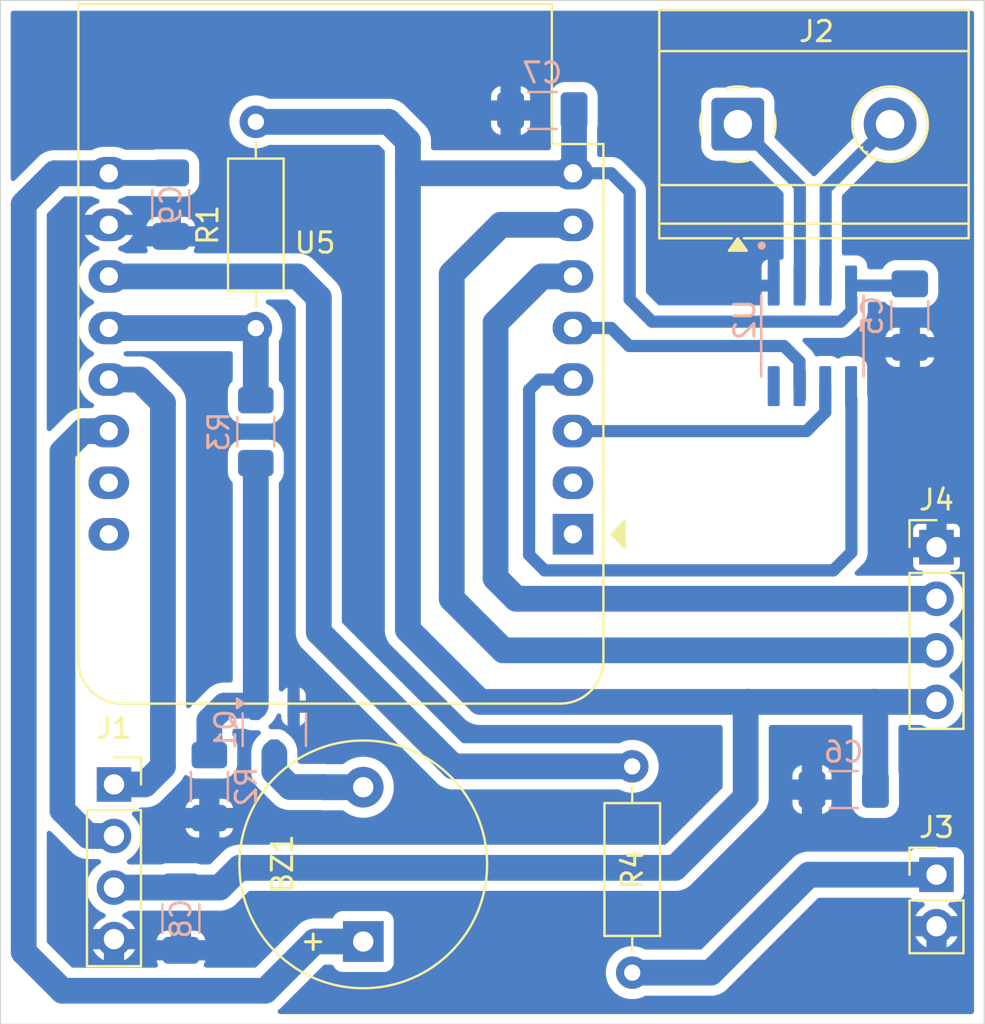
<source format=kicad_pcb>
(kicad_pcb (version 20241229) (generator "pcbnew") (generator_version "9.0")
  (layers (0 "F.Cu" signal) (2 "B.Cu" signal) (13 "F.Paste" user) (15 "B.Paste" user) (5 "F.SilkS" user "F.Silkscreen") (7 "B.SilkS" user "B.Silkscreen") (1 "F.Mask" user) (3 "B.Mask" user) (25 "Edge.Cuts" user))
  (net 0 "")
  (net 1 "Net-(Q1-C)")
  (net 2 "GND")
  (net 3 "+3.3V")
  (net 4 "/GPIO0")
  (net 5 "/~{RST}")
  (net 6 "Net-(J2-Pin_1)")
  (net 7 "Net-(J2-Pin_2)")
  (net 8 "Net-(R4-+)")
  (net 9 "/GPIO13")
  (net 10 "/GPIO15")
  (net 11 "/GPIO5")
  (net 12 "/GPIO4")
  (net 13 "Net-(Q1-B)")
  (net 14 "/GPIO2")
  (net 15 "/GPIO14")
  (net 16 "/GPIO12")
  (net 17 "/GPIO16")
  (net 19 "+5V")
  (net 21 "/GPIO3")
  (net 22 "/GPIO1")
  (footprint "Connector_PinHeader_2.54mm:PinHeader_1x04_P2.54mm_Vertical" (layer "F.Cu") (at 170.815 102.108)
    (property "Reference" "J4" (at 0 -2.33 0) (layer "F.SilkS"))
    (property "Value" "UART")
    (fp_line (start -1.33 -1.33) (end 0 -1.33) (stroke (width 0.12)) (layer "F.SilkS"))
    (fp_line (start -1.33 0) (end -1.33 -1.33) (stroke (width 0.12)) (layer "F.SilkS"))
    (fp_line (start -1.33 1.27) (end -1.33 8.95) (stroke (width 0.12)) (layer "F.SilkS"))
    (fp_line (start -1.33 1.27) (end 1.33 1.27) (stroke (width 0.12)) (layer "F.SilkS"))
    (fp_line (start -1.33 8.95) (end 1.33 8.95) (stroke (width 0.12)) (layer "F.SilkS"))
    (fp_line (start 1.33 1.27) (end 1.33 8.95) (stroke (width 0.12)) (layer "F.SilkS"))
    (pad "1" thru_hole rect (at 0 0) (size 1.7 1.7) (drill 1) (layers "*.Cu" "*.Mask") (net 2 "GND"))
    (pad "2" thru_hole oval (at 0 2.54) (size 1.7 1.7) (drill 1) (layers "*.Cu" "*.Mask") (net 9 "/GPIO13"))
    (pad "3" thru_hole oval (at 0 5.08) (size 1.7 1.7) (drill 1) (layers "*.Cu" "*.Mask") (net 10 "/GPIO15"))
    (pad "4" thru_hole oval (at 0 7.62) (size 1.7 1.7) (drill 1) (layers "*.Cu" "*.Mask") (net 3 "+3.3V"))
  )
  (footprint "Resistor_THT:R_Axial_DIN0207_L6.3mm_D2.5mm_P10.16mm_Horizontal" (layer "F.Cu") (at 137.29 91.32 90)
    (property "Reference" "R1" (at 5.08 -2.37 90) (layer "F.SilkS"))
    (property "Value" "10k")
    (fp_line (start 8.35 -1.37) (end 1.81 -1.37) (stroke (width 0.12)) (layer "F.SilkS"))
    (fp_line (start 1.81 -1.37) (end 1.81 1.37) (stroke (width 0.12)) (layer "F.SilkS"))
    (fp_line (start 9.12 0) (end 8.35 0) (stroke (width 0.12)) (layer "F.SilkS"))
    (fp_line (start 1.04 0) (end 1.81 0) (stroke (width 0.12)) (layer "F.SilkS"))
    (fp_line (start 8.35 1.37) (end 8.35 -1.37) (stroke (width 0.12)) (layer "F.SilkS"))
    (fp_line (start 1.81 1.37) (end 8.35 1.37) (stroke (width 0.12)) (layer "F.SilkS"))
    (pad "1" thru_hole circle (at 0 0 90) (size 1.6 1.6) (drill 0.8) (layers "*.Cu" "*.Mask") (net 4 "/GPIO0"))
    (pad "2" thru_hole oval (at 10.16 0 90) (size 1.6 1.6) (drill 0.8) (layers "*.Cu" "*.Mask") (net 3 "+3.3V"))
  )
  (footprint "RF_Module:WEMOS_D1_mini_light" (layer "F.Cu") (at 152.908 101.473 180)
    (property "Reference" "U5" (at 12.7 14.351 0) (layer "F.SilkS"))
    (property "Value" "WEMOS_D1_mini")
    (fp_line (start 24.36 26.12) (end 24.36 -6.21) (stroke (width 0.12)) (layer "F.SilkS"))
    (fp_line (start 22.24 -8.34) (end 0.63 -8.34) (stroke (width 0.12)) (layer "F.SilkS"))
    (fp_line (start 1.04 26.12) (end 24.36 26.12) (stroke (width 0.12)) (layer "F.SilkS"))
    (fp_line (start 1.04 19.22) (end 1.04 26.12) (stroke (width 0.12)) (layer "F.SilkS"))
    (fp_line (start -1.5 19.22) (end 1.04 19.22) (stroke (width 0.12)) (layer "F.SilkS"))
    (fp_line (start -1.5 19.22) (end -1.5 -6.21) (stroke (width 0.12)) (layer "F.SilkS"))
    (fp_arc (start 22.23 -8.34) (mid 23.736137 -7.716137) (end 24.36 -6.21) (stroke (width 0.12)) (layer "F.SilkS"))
    (fp_arc (start -1.5 -6.21) (mid -0.876137 -7.716137) (end 0.63 -8.34) (stroke (width 0.12)) (layer "F.SilkS"))
    (fp_poly (pts (xy -2.54 -0.635) (xy -2.54 0.635) (xy -1.905 0)) (stroke (width 0.15)) (fill yes) (layer "F.SilkS"))
    (pad "1" thru_hole rect (at 0 0 180) (size 2 2) (drill 0.9) (layers "*.Cu" "*.Mask") (net 5 "/~{RST}"))
    (pad "2" thru_hole oval (at 0 2.54 180) (size 2 1.6) (drill 0.9) (layers "*.Cu" "*.Mask"))
    (pad "3" thru_hole oval (at 0 5.08 180) (size 2 1.6) (drill 0.9) (layers "*.Cu" "*.Mask") (net 17 "/GPIO16"))
    (pad "4" thru_hole oval (at 0 7.62 180) (size 2 1.6) (drill 0.9) (layers "*.Cu" "*.Mask") (net 15 "/GPIO14"))
    (pad "5" thru_hole oval (at 0 10.16 180) (size 2 1.6) (drill 0.9) (layers "*.Cu" "*.Mask") (net 16 "/GPIO12"))
    (pad "6" thru_hole oval (at 0 12.7 180) (size 2 1.6) (drill 0.9) (layers "*.Cu" "*.Mask") (net 9 "/GPIO13"))
    (pad "7" thru_hole oval (at 0 15.24 180) (size 2 1.6) (drill 0.9) (layers "*.Cu" "*.Mask") (net 10 "/GPIO15"))
    (pad "8" thru_hole oval (at 0 17.78 180) (size 2 1.6) (drill 0.9) (layers "*.Cu" "*.Mask") (net 3 "+3.3V"))
    (pad "9" thru_hole oval (at 22.86 17.78 180) (size 2 1.6) (drill 0.9) (layers "*.Cu" "*.Mask") (net 19 "+5V"))
    (pad "10" thru_hole oval (at 22.86 15.24 180) (size 2 1.6) (drill 0.9) (layers "*.Cu" "*.Mask") (net 2 "GND"))
    (pad "11" thru_hole oval (at 22.86 12.7 180) (size 2 1.6) (drill 0.9) (layers "*.Cu" "*.Mask") (net 14 "/GPIO2"))
    (pad "12" thru_hole oval (at 22.86 10.16 180) (size 2 1.6) (drill 0.9) (layers "*.Cu" "*.Mask") (net 4 "/GPIO0"))
    (pad "13" thru_hole oval (at 22.86 7.62 180) (size 2 1.6) (drill 0.9) (layers "*.Cu" "*.Mask") (net 12 "/GPIO4"))
    (pad "14" thru_hole oval (at 22.86 5.08 180) (size 2 1.6) (drill 0.9) (layers "*.Cu" "*.Mask") (net 11 "/GPIO5"))
    (pad "15" thru_hole oval (at 22.86 2.54 180) (size 2 1.6) (drill 0.9) (layers "*.Cu" "*.Mask") (net 21 "/GPIO3"))
    (pad "16" thru_hole oval (at 22.86 0 180) (size 2 1.6) (drill 0.9) (layers "*.Cu" "*.Mask") (net 22 "/GPIO1"))
  )
  (footprint "Buzzer_Beeper:Buzzer_12x9.5RM7.6" (layer "F.Cu") (at 142.58 121.53 90)
    (property "Reference" "BZ1" (at 3.829 -3.983 90) (layer "F.SilkS"))
    (property "Value" "Buzzer_5V")
    (fp_circle (center 3.8 0) (end 9.9 0) (stroke (width 0.12)) (fill no) (layer "F.SilkS"))
    (fp_text user "+" (at -0.01 -2.54 90) (layer "F.SilkS"))
    (pad "1" thru_hole rect (at 0 0 90) (size 2 2) (drill 1) (layers "*.Cu" "*.Mask") (net 19 "+5V"))
    (pad "2" thru_hole circle (at 7.6 0 90) (size 2 2) (drill 1) (layers "*.Cu" "*.Mask") (net 1 "Net-(Q1-C)"))
  )
  (footprint "Connector_PinSocket_2.54mm:PinSocket_1x04_P2.54mm_Vertical" (layer "F.Cu") (at 130.302 113.792)
    (property "Reference" "J1" (at 0 -2.77 0) (layer "F.SilkS"))
    (property "Value" "OLED")
    (fp_line (start -1.33 1.27) (end -1.33 8.95) (stroke (width 0.12)) (layer "F.SilkS"))
    (fp_line (start -1.33 1.27) (end 1.33 1.27) (stroke (width 0.12)) (layer "F.SilkS"))
    (fp_line (start -1.33 8.95) (end 1.33 8.95) (stroke (width 0.12)) (layer "F.SilkS"))
    (fp_line (start 0 -1.33) (end 1.33 -1.33) (stroke (width 0.12)) (layer "F.SilkS"))
    (fp_line (start 1.33 -1.33) (end 1.33 0) (stroke (width 0.12)) (layer "F.SilkS"))
    (fp_line (start 1.33 1.27) (end 1.33 8.95) (stroke (width 0.12)) (layer "F.SilkS"))
    (pad "1" thru_hole rect (at 0 0) (size 1.7 1.7) (drill 1) (layers "*.Cu" "*.Mask") (net 12 "/GPIO4"))
    (pad "2" thru_hole oval (at 0 2.54) (size 1.7 1.7) (drill 1) (layers "*.Cu" "*.Mask") (net 11 "/GPIO5"))
    (pad "3" thru_hole oval (at 0 5.08) (size 1.7 1.7) (drill 1) (layers "*.Cu" "*.Mask") (net 3 "+3.3V"))
    (pad "4" thru_hole oval (at 0 7.62) (size 1.7 1.7) (drill 1) (layers "*.Cu" "*.Mask") (net 2 "GND"))
  )
  (footprint "Connector_PinHeader_2.54mm:PinHeader_1x02_P2.54mm_Vertical" (layer "F.Cu") (at 170.815 118.237)
    (property "Reference" "J3" (at 0 -2.33 0) (layer "F.SilkS"))
    (property "Value" "Interupt")
    (fp_line (start -1.33 -1.33) (end 0 -1.33) (stroke (width 0.12)) (layer "F.SilkS"))
    (fp_line (start -1.33 0) (end -1.33 -1.33) (stroke (width 0.12)) (layer "F.SilkS"))
    (fp_line (start -1.33 1.27) (end -1.33 3.87) (stroke (width 0.12)) (layer "F.SilkS"))
    (fp_line (start -1.33 1.27) (end 1.33 1.27) (stroke (width 0.12)) (layer "F.SilkS"))
    (fp_line (start -1.33 3.87) (end 1.33 3.87) (stroke (width 0.12)) (layer "F.SilkS"))
    (fp_line (start 1.33 1.27) (end 1.33 3.87) (stroke (width 0.12)) (layer "F.SilkS"))
    (pad "1" thru_hole rect (at 0 0) (size 1.7 1.7) (drill 1) (layers "*.Cu" "*.Mask") (net 8 "Net-(R4-+)"))
    (pad "2" thru_hole oval (at 0 2.54) (size 1.7 1.7) (drill 1) (layers "*.Cu" "*.Mask") (net 2 "GND"))
  )
  (footprint "TerminalBlock_MetzConnect:TerminalBlock_MetzConnect_Type175_RT02702HBLC_1x02_P7.50mm_Horizontal" (layer "F.Cu") (at 161.029 81.2745)
    (property "Reference" "J2" (at 3.877 -4.5665 0) (layer "F.SilkS"))
    (property "Value" "Thermocouple")
    (fp_line (start -3.87 -5.62) (end -3.87 5.62) (stroke (width 0.12)) (layer "F.SilkS"))
    (fp_line (start -3.87 -5.62) (end 11.37 -5.62) (stroke (width 0.12)) (layer "F.SilkS"))
    (fp_line (start -3.87 -3.6) (end 11.37 -3.6) (stroke (width 0.12)) (layer "F.SilkS"))
    (fp_line (start -3.87 3) (end 11.37 3) (stroke (width 0.12)) (layer "F.SilkS"))
    (fp_line (start -3.87 4.9) (end 11.37 4.9) (stroke (width 0.12)) (layer "F.SilkS"))
    (fp_line (start -3.87 5.62) (end -0.3 5.62) (stroke (width 0.12)) (layer "F.SilkS"))
    (fp_line (start 0.3 5.62) (end 11.37 5.62) (stroke (width 0.12)) (layer "F.SilkS"))
    (fp_line (start 6.133 1.14) (end 6.089 1.183) (stroke (width 0.12)) (layer "F.SilkS"))
    (fp_line (start 6.36 1.367) (end 6.316 1.41) (stroke (width 0.12)) (layer "F.SilkS"))
    (fp_line (start 8.684 -1.411) (end 8.64 -1.367) (stroke (width 0.12)) (layer "F.SilkS"))
    (fp_line (start 8.911 -1.184) (end 8.867 -1.14) (stroke (width 0.12)) (layer "F.SilkS"))
    (fp_line (start 11.37 -5.62) (end 11.37 5.62) (stroke (width 0.12)) (layer "F.SilkS"))
    (fp_arc (start -1.78 0.54) (mid -1.860107 0.000355) (end -1.780206 -0.539321) (stroke (width 0.12)) (layer "F.SilkS"))
    (fp_arc (start -0.54 -1.78) (mid -0.000355 -1.860107) (end 0.539321 -1.780206) (stroke (width 0.12)) (layer "F.SilkS"))
    (fp_arc (start 0.54 1.78) (mid 0.000355 1.860107) (end -0.539321 1.780206) (stroke (width 0.12)) (layer "F.SilkS"))
    (fp_arc (start 1.78 -0.54) (mid 1.860107 -0.000355) (end 1.780206 0.539321) (stroke (width 0.12)) (layer "F.SilkS"))
    (fp_circle (center 7.5 0) (end 9.36 0) (stroke (width 0.12)) (fill no) (layer "F.SilkS"))
    (fp_poly (pts (xy 0 5.62) (xy 0.44 6.23) (xy -0.44 6.23) (xy 0 5.62)) (stroke (width 0.12)) (fill yes) (layer "F.SilkS"))
    (pad "1" thru_hole roundrect (at 0 0) (size 2.6 2.6) (drill 1.4) (layers "*.Cu" "*.Mask") (roundrect_rratio 0.096154) (net 6 "Net-(J2-Pin_1)"))
    (pad "2" thru_hole circle (at 7.5 0) (size 2.6 2.6) (drill 1.4) (layers "*.Cu" "*.Mask") (net 7 "Net-(J2-Pin_2)"))
  )
  (footprint "Resistor_THT:R_Axial_DIN0207_L6.3mm_D2.5mm_P10.16mm_Horizontal" (layer "F.Cu") (at 155.829 123.063 90)
    (property "Reference" "R4" (at 5.08 0 90) (layer "F.SilkS"))
    (property "Value" "100R")
    (fp_line (start 8.35 -1.37) (end 1.81 -1.37) (stroke (width 0.12)) (layer "F.SilkS"))
    (fp_line (start 1.81 -1.37) (end 1.81 1.37) (stroke (width 0.12)) (layer "F.SilkS"))
    (fp_line (start 9.12 0) (end 8.35 0) (stroke (width 0.12)) (layer "F.SilkS"))
    (fp_line (start 1.04 0) (end 1.81 0) (stroke (width 0.12)) (layer "F.SilkS"))
    (fp_line (start 8.35 1.37) (end 8.35 -1.37) (stroke (width 0.12)) (layer "F.SilkS"))
    (fp_line (start 1.81 1.37) (end 8.35 1.37) (stroke (width 0.12)) (layer "F.SilkS"))
    (pad "1" thru_hole circle (at 0 0 90) (size 1.6 1.6) (drill 0.8) (layers "*.Cu" "*.Mask") (net 8 "Net-(R4-+)"))
    (pad "2" thru_hole oval (at 10.16 0 90) (size 1.6 1.6) (drill 0.8) (layers "*.Cu" "*.Mask") (net 14 "/GPIO2"))
  )
  (footprint "Capacitor_SMD:C_1206_3216Metric_Pad1.33x1.80mm_HandSolder" (layer "B.Cu") (at 169.5 90.7 -90)
    (property "Reference" "C5" (at 0 1.85 90) (layer "B.SilkS") (effects (justify mirror)))
    (property "Value" "0.1uf")
    (fp_line (start -0.711252 0.91) (end 0.711252 0.91) (stroke (width 0.12)) (layer "B.SilkS"))
    (fp_line (start -0.711252 -0.91) (end 0.711252 -0.91) (stroke (width 0.12)) (layer "B.SilkS"))
    (pad "1" smd roundrect (at -1.5625 0 270) (size 1.325 1.8) (layers "B.Cu" "B.Mask" "B.Paste") (roundrect_rratio 0.188679) (net 3 "+3.3V"))
    (pad "2" smd roundrect (at 1.5625 0 270) (size 1.325 1.8) (layers "B.Cu" "B.Mask" "B.Paste") (roundrect_rratio 0.188679) (net 2 "GND"))
  )
  (footprint "Capacitor_SMD:C_1206_3216Metric_Pad1.33x1.80mm_HandSolder" (layer "B.Cu") (at 133.6 120.4 -90)
    (property "Reference" "C8" (at 0 0 90) (layer "B.SilkS") (effects (justify mirror)))
    (property "Value" "0.1uf")
    (fp_line (start -0.711252 0.91) (end 0.711252 0.91) (stroke (width 0.12)) (layer "B.SilkS"))
    (fp_line (start -0.711252 -0.91) (end 0.711252 -0.91) (stroke (width 0.12)) (layer "B.SilkS"))
    (pad "1" smd roundrect (at -1.5625 0 270) (size 1.325 1.8) (layers "B.Cu" "B.Mask" "B.Paste") (roundrect_rratio 0.188679) (net 3 "+3.3V"))
    (pad "2" smd roundrect (at 1.5625 0 270) (size 1.325 1.8) (layers "B.Cu" "B.Mask" "B.Paste") (roundrect_rratio 0.188679) (net 2 "GND"))
  )
  (footprint "Resistor_SMD:R_1206_3216Metric_Pad1.30x1.75mm_HandSolder" (layer "B.Cu") (at 135 113.9 90)
    (property "Reference" "R2" (at 0 1.82 90) (layer "B.SilkS") (effects (justify mirror)))
    (property "Value" "10k")
    (fp_line (start -0.727064 -0.91) (end 0.727064 -0.91) (stroke (width 0.12)) (layer "B.SilkS"))
    (fp_line (start -0.727064 0.91) (end 0.727064 0.91) (stroke (width 0.12)) (layer "B.SilkS"))
    (pad "1" smd roundrect (at -1.55 0 90) (size 1.3 1.75) (layers "B.Cu" "B.Mask" "B.Paste") (roundrect_rratio 0.192308) (net 2 "GND"))
    (pad "2" smd roundrect (at 1.55 0 90) (size 1.3 1.75) (layers "B.Cu" "B.Mask" "B.Paste") (roundrect_rratio 0.192308) (net 13 "Net-(Q1-B)"))
  )
  (footprint "Snapeda:MAX6675ISA__SOIC127P600X175-8N" (layer "B.Cu") (at 164.7 91.7 -90)
    (property "Reference" "U2" (at -0.795 3.332 90) (layer "B.SilkS") (effects (justify mirror)))
    (property "Value" "MAX6675ISA_")
    (fp_line (start -2 2.52) (end 2 2.52) (stroke (width 0.127)) (layer "B.SilkS"))
    (fp_line (start -2 -2.52) (end 2 -2.52) (stroke (width 0.127)) (layer "B.SilkS"))
    (fp_circle (center -4.445 2.495) (end -4.345 2.495) (stroke (width 0.2)) (fill no) (layer "B.SilkS"))
    (pad "1" smd roundrect (at -2.475 1.905 270) (size 1.97 0.59) (layers "B.Cu" "B.Mask" "B.Paste") (roundrect_rratio 0.125) (net 2 "GND"))
    (pad "2" smd roundrect (at -2.475 0.635 270) (size 1.97 0.59) (layers "B.Cu" "B.Mask" "B.Paste") (roundrect_rratio 0.125) (net 6 "Net-(J2-Pin_1)"))
    (pad "3" smd roundrect (at -2.475 -0.635 270) (size 1.97 0.59) (layers "B.Cu" "B.Mask" "B.Paste") (roundrect_rratio 0.125) (net 7 "Net-(J2-Pin_2)"))
    (pad "4" smd roundrect (at -2.475 -1.905 270) (size 1.97 0.59) (layers "B.Cu" "B.Mask" "B.Paste") (roundrect_rratio 0.125) (net 3 "+3.3V"))
    (pad "5" smd roundrect (at 2.475 -1.905 270) (size 1.97 0.59) (layers "B.Cu" "B.Mask" "B.Paste") (roundrect_rratio 0.125) (net 15 "/GPIO14"))
    (pad "6" smd roundrect (at 2.475 -0.635 270) (size 1.97 0.59) (layers "B.Cu" "B.Mask" "B.Paste") (roundrect_rratio 0.125) (net 17 "/GPIO16"))
    (pad "7" smd roundrect (at 2.475 0.635 270) (size 1.97 0.59) (layers "B.Cu" "B.Mask" "B.Paste") (roundrect_rratio 0.125) (net 16 "/GPIO12"))
    (pad "8" smd roundrect (at 2.475 1.905 270) (size 1.97 0.59) (layers "B.Cu" "B.Mask" "B.Paste") (roundrect_rratio 0.125))
  )
  (footprint "Resistor_SMD:R_1206_3216Metric_Pad1.30x1.75mm_HandSolder" (layer "B.Cu") (at 137.287 96.419 -90)
    (property "Reference" "R3" (at 0 1.82 90) (layer "B.SilkS") (effects (justify mirror)))
    (property "Value" "1k")
    (fp_line (start -0.727064 0.91) (end 0.727064 0.91) (stroke (width 0.12)) (layer "B.SilkS"))
    (fp_line (start -0.727064 -0.91) (end 0.727064 -0.91) (stroke (width 0.12)) (layer "B.SilkS"))
    (pad "1" smd roundrect (at -1.55 0 270) (size 1.3 1.75) (layers "B.Cu" "B.Mask" "B.Paste") (roundrect_rratio 0.192308) (net 4 "/GPIO0"))
    (pad "2" smd roundrect (at 1.55 0 270) (size 1.3 1.75) (layers "B.Cu" "B.Mask" "B.Paste") (roundrect_rratio 0.192308) (net 13 "Net-(Q1-B)"))
  )
  (footprint "Capacitor_SMD:C_1206_3216Metric_Pad1.33x1.80mm_HandSolder" (layer "B.Cu") (at 151.4 80.6 180)
    (property "Reference" "C7" (at 0 1.85 0) (layer "B.SilkS") (effects (justify mirror)))
    (property "Value" "0.1uf")
    (fp_line (start -0.711252 0.91) (end 0.711252 0.91) (stroke (width 0.12)) (layer "B.SilkS"))
    (fp_line (start -0.711252 -0.91) (end 0.711252 -0.91) (stroke (width 0.12)) (layer "B.SilkS"))
    (pad "1" smd roundrect (at -1.5625 0 180) (size 1.325 1.8) (layers "B.Cu" "B.Mask" "B.Paste") (roundrect_rratio 0.188679) (net 3 "+3.3V"))
    (pad "2" smd roundrect (at 1.5625 0 180) (size 1.325 1.8) (layers "B.Cu" "B.Mask" "B.Paste") (roundrect_rratio 0.188679) (net 2 "GND"))
  )
  (footprint "Capacitor_SMD:C_1206_3216Metric_Pad1.33x1.80mm_HandSolder" (layer "B.Cu") (at 133.1 85.2375 -90)
    (property "Reference" "C9" (at 0 0 90) (layer "B.SilkS") (effects (justify mirror)))
    (property "Value" "0.1uf")
    (fp_line (start -0.711252 0.91) (end 0.711252 0.91) (stroke (width 0.12)) (layer "B.SilkS"))
    (fp_line (start -0.711252 -0.91) (end 0.711252 -0.91) (stroke (width 0.12)) (layer "B.SilkS"))
    (pad "1" smd roundrect (at -1.5625 0 270) (size 1.325 1.8) (layers "B.Cu" "B.Mask" "B.Paste") (roundrect_rratio 0.188679) (net 19 "+5V"))
    (pad "2" smd roundrect (at 1.5625 0 270) (size 1.325 1.8) (layers "B.Cu" "B.Mask" "B.Paste") (roundrect_rratio 0.188679) (net 2 "GND"))
  )
  (footprint "Capacitor_SMD:C_1206_3216Metric_Pad1.33x1.80mm_HandSolder" (layer "B.Cu") (at 166.243 114.046 180)
    (property "Reference" "C6" (at 0 1.85 0) (layer "B.SilkS") (effects (justify mirror)))
    (property "Value" "0.1uf")
    (fp_line (start -0.711252 0.91) (end 0.711252 0.91) (stroke (width 0.12)) (layer "B.SilkS"))
    (fp_line (start -0.711252 -0.91) (end 0.711252 -0.91) (stroke (width 0.12)) (layer "B.SilkS"))
    (pad "1" smd roundrect (at -1.5625 0 180) (size 1.325 1.8) (layers "B.Cu" "B.Mask" "B.Paste") (roundrect_rratio 0.188679) (net 3 "+3.3V"))
    (pad "2" smd roundrect (at 1.5625 0 180) (size 1.325 1.8) (layers "B.Cu" "B.Mask" "B.Paste") (roundrect_rratio 0.188679) (net 2 "GND"))
  )
  (footprint "Package_TO_SOT_SMD:SOT-23-3" (layer "B.Cu") (at 138.2 111.1 -90)
    (property "Reference" "Q1" (at 0 2.4 90) (layer "B.SilkS") (effects (justify mirror)))
    (property "Value" "NPN")
    (fp_line (start 0 1.56) (end -0.8 1.56) (stroke (width 0.12)) (layer "B.SilkS"))
    (fp_line (start 0 1.56) (end 0.8 1.56) (stroke (width 0.12)) (layer "B.SilkS"))
    (fp_line (start 0 -1.56) (end -0.8 -1.56) (stroke (width 0.12)) (layer "B.SilkS"))
    (fp_line (start 0 -1.56) (end 0.8 -1.56) (stroke (width 0.12)) (layer "B.SilkS"))
    (fp_poly (pts (xy -1.3 1.51) (xy -1.54 1.84) (xy -1.06 1.84) (xy -1.3 1.51)) (stroke (width 0.12)) (fill yes) (layer "B.SilkS"))
    (pad "1" smd roundrect (at 1.1375 0 270) (size 1.325 0.6) (layers "B.Cu" "B.Mask" "B.Paste") (net 1 "Net-(Q1-C)"))
    (pad "2" smd roundrect (at -1.1375 0.95 270) (size 1.325 0.6) (layers "B.Cu" "B.Mask" "B.Paste") (net 13 "Net-(Q1-B)"))
    (pad "3" smd roundrect (at -1.1375 -0.95 270) (size 1.325 0.6) (layers "B.Cu" "B.Mask" "B.Paste") (net 2 "GND"))
  )
  (gr_rect (start 124.714 75.184) (end 173.1645 125.603) (stroke (width 0.05)) (fill no) (layer "Edge.Cuts"))
  (segment (start 138.2 113.15) (end 138.2 112.2375) (width 1.27) (layer "B.Cu") (net 1))
  (segment (start 140.651 113.93) (end 140.64 113.919) (width 1.27) (layer "B.Cu") (net 1))
  (segment (start 138.969 113.919) (end 138.2 113.15) (width 1.27) (layer "B.Cu") (net 1))
  (segment (start 140.64 113.919) (end 138.969 113.919) (width 1.27) (layer "B.Cu") (net 1))
  (segment (start 142.58 113.93) (end 140.651 113.93) (width 1.27) (layer "B.Cu") (net 1))
  (segment (start 161.544 109.728) (end 148.336 109.728) (width 1.27) (layer "B.Cu") (net 3))
  (segment (start 161.417 114.427) (end 161.417 109.855) (width 1.27) (layer "B.Cu") (net 3))
  (segment (start 170.815 109.728) (end 167.767 109.728) (width 1.27) (layer "B.Cu") (net 3))
  (segment (start 144.78 82.11) (end 143.83 81.16) (width 1.27) (layer "B.Cu") (net 3))
  (segment (start 144.78 83.67) (end 144.78 82.11) (width 1.27) (layer "B.Cu") (net 3))
  (segment (start 166.605 89.225) (end 169.4125 89.225) (width 0.6) (layer "B.Cu") (net 3))
  (segment (start 157.944 117.9) (end 161.417 114.427) (width 1.27) (layer "B.Cu") (net 3))
  (segment (start 143.83 81.16) (end 137.29 81.16) (width 1.27) (layer "B.Cu") (net 3))
  (segment (start 144.803 83.693) (end 144.78 83.67) (width 1.27) (layer "B.Cu") (net 3))
  (segment (start 167.767 109.728) (end 161.544 109.728) (width 1.27) (layer "B.Cu") (net 3))
  (segment (start 130.272 118.872) (end 135.509 118.872) (width 1.27) (layer "B.Cu") (net 3))
  (segment (start 166.1 91) (end 156.8 91) (width 0.6) (layer "B.Cu") (net 3))
  (segment (start 136.481 117.9) (end 157.944 117.9) (width 1.27) (layer "B.Cu") (net 3))
  (segment (start 167.8055 114.046) (end 167.8055 109.7665) (width 1.27) (layer "B.Cu") (net 3))
  (segment (start 166.624 89.854) (end 166.624 90.476) (width 0.6) (layer "B.Cu") (net 3))
  (segment (start 155.702 84.602) (end 154.793 83.693) (width 0.6) (layer "B.Cu") (net 3))
  (segment (start 152.9625 80.6) (end 152.9625 83.6385) (width 1.27) (layer "B.Cu") (net 3))
  (segment (start 148.336 109.728) (end 144.78 106.172) (width 1.27) (layer "B.Cu") (net 3))
  (segment (start 154.793 83.693) (end 152.908 83.693) (width 0.6) (layer "B.Cu") (net 3))
  (segment (start 161.417 109.855) (end 161.544 109.728) (width 1.27) (layer "B.Cu") (net 3))
  (segment (start 144.78 106.172) (end 144.78 83.67) (width 1.27) (layer "B.Cu") (net 3))
  (segment (start 155.702 89.902) (end 155.702 84.602) (width 0.6) (layer "B.Cu") (net 3))
  (segment (start 166.624 90.476) (end 166.1 91) (width 0.6) (layer "B.Cu") (net 3))
  (segment (start 152.908 83.693) (end 144.803 83.693) (width 1.27) (layer "B.Cu") (net 3))
  (segment (start 156.8 91) (end 155.702 89.902) (width 0.6) (layer "B.Cu") (net 3))
  (segment (start 135.509 118.872) (end 136.481 117.9) (width 1.27) (layer "B.Cu") (net 3))
  (segment (start 152.9625 83.6385) (end 152.908 83.693) (width 1.27) (layer "B.Cu") (net 3))
  (segment (start 167.8055 109.7665) (end 167.767 109.728) (width 1.27) (layer "B.Cu") (net 3))
  (segment (start 130.055 91.32) (end 130.048 91.313) (width 1.27) (layer "B.Cu") (net 4))
  (segment (start 137.29 91.32) (end 130.055 91.32) (width 1.27) (layer "B.Cu") (net 4))
  (segment (start 137.287 91.323) (end 137.29 91.32) (width 1.27) (layer "B.Cu") (net 4))
  (segment (start 137.287 94.869) (end 137.287 91.323) (width 1.27) (layer "B.Cu") (net 4))
  (segment (start 164.084 89.854) (end 164.084 84.3295) (width 0.6) (layer "B.Cu") (net 6))
  (segment (start 164.084 84.3295) (end 161.029 81.2745) (width 0.6) (layer "B.Cu") (net 6))
  (segment (start 168.529 81.28) (end 168.529 81.2745) (width 0.6) (layer "B.Cu") (net 7))
  (segment (start 165.354 89.854) (end 165.354 84.455) (width 0.6) (layer "B.Cu") (net 7))
  (segment (start 165.354 84.455) (end 168.529 81.28) (width 0.6) (layer "B.Cu") (net 7))
  (segment (start 164.526 118.237) (end 170.815 118.237) (width 1.27) (layer "B.Cu") (net 8))
  (segment (start 155.829 123.063) (end 159.7 123.063) (width 1.27) (layer "B.Cu") (net 8))
  (segment (start 159.7 123.063) (end 164.526 118.237) (width 1.27) (layer "B.Cu") (net 8))
  (segment (start 151.384 88.773) (end 152.908 88.773) (width 1.27) (layer "B.Cu") (net 9))
  (segment (start 149.098 103.632) (end 149.098 91.059) (width 1.27) (layer "B.Cu") (net 9))
  (segment (start 150.114 104.648) (end 149.098 103.632) (width 1.27) (layer "B.Cu") (net 9))
  (segment (start 149.098 91.059) (end 151.384 88.773) (width 1.27) (layer "B.Cu") (net 9))
  (segment (start 170.815 104.648) (end 150.114 104.648) (width 1.27) (layer "B.Cu") (net 9))
  (segment (start 149.352 86.233) (end 152.908 86.233) (width 1.27) (layer "B.Cu") (net 10))
  (segment (start 146.939 88.646) (end 149.352 86.233) (width 1.27) (layer "B.Cu") (net 10))
  (segment (start 149.479 107.188) (end 146.939 104.648) (width 1.27) (layer "B.Cu") (net 10))
  (segment (start 146.939 104.648) (end 146.939 88.646) (width 1.27) (layer "B.Cu") (net 10))
  (segment (start 170.815 107.188) (end 149.479 107.188) (width 1.27) (layer "B.Cu") (net 10))
  (segment (start 130.272 116.332) (end 129.032 116.332) (width 1.27) (layer "B.Cu") (net 11))
  (segment (start 129.032 116.332) (end 127.762 115.062) (width 1.27) (layer "B.Cu") (net 11))
  (segment (start 127.762 115.062) (end 127.762 97.409) (width 1.27) (layer "B.Cu") (net 11))
  (segment (start 128.778 96.393) (end 130.048 96.393) (width 1.27) (layer "B.Cu") (net 11))
  (segment (start 127.762 97.409) (end 128.778 96.393) (width 1.27) (layer "B.Cu") (net 11))
  (segment (start 132.715 112.903) (end 132.715 94.996) (width 1.27) (layer "B.Cu") (net 12))
  (segment (start 131.572 93.853) (end 130.048 93.853) (width 1.27) (layer "B.Cu") (net 12))
  (segment (start 130.272 113.792) (end 131.826 113.792) (width 1.27) (layer "B.Cu") (net 12))
  (segment (start 131.826 113.792) (end 132.715 112.903) (width 1.27) (layer "B.Cu") (net 12))
  (segment (start 132.715 94.996) (end 131.572 93.853) (width 1.27) (layer "B.Cu") (net 12))
  (segment (start 137.287 109.8755) (end 137.25 109.9125) (width 1.27) (layer "B.Cu") (net 13))
  (segment (start 135 110.65) (end 135.7375 109.9125) (width 1.27) (layer "B.Cu") (net 13))
  (segment (start 135 110.65) (end 135 112.35) (width 1.27) (layer "B.Cu") (net 13))
  (segment (start 137.287 97.969) (end 137.287 109.8755) (width 1.27) (layer "B.Cu") (net 13))
  (segment (start 137.275 97.981) (end 137.287 97.969) (width 1.27) (layer "B.Cu") (net 13))
  (segment (start 135.7375 109.9125) (end 137.25 109.9125) (width 1.27) (layer "B.Cu") (net 13))
  (segment (start 137.25 109.9125) (end 137.25 109.9625) (width 1.27) (layer "B.Cu") (net 13))
  (segment (start 139.353 88.773) (end 140.39 89.81) (width 1.27) (layer "B.Cu") (net 14))
  (segment (start 140.39 89.81) (end 140.39 106.29) (width 1.27) (layer "B.Cu") (net 14))
  (segment (start 130.048 88.773) (end 139.353 88.773) (width 1.27) (layer "B.Cu") (net 14))
  (segment (start 147.003 112.903) (end 155.829 112.903) (width 1.27) (layer "B.Cu") (net 14))
  (segment (start 140.39 106.29) (end 147.003 112.903) (width 1.27) (layer "B.Cu") (net 14))
  (segment (start 150.749 102.489) (end 151.511 103.251) (width 0.6) (layer "B.Cu") (net 15))
  (segment (start 151.511 103.251) (end 165.735 103.251) (width 0.6) (layer "B.Cu") (net 15))
  (segment (start 151.257 93.853) (end 150.749 94.361) (width 0.6) (layer "B.Cu") (net 15))
  (segment (start 166.624 102.362) (end 166.624 94.804) (width 0.6) (layer "B.Cu") (net 15))
  (segment (start 152.908 93.853) (end 151.257 93.853) (width 0.6) (layer "B.Cu") (net 15))
  (segment (start 150.749 94.361) (end 150.749 102.489) (width 0.6) (layer "B.Cu") (net 15))
  (segment (start 165.735 103.251) (end 166.624 102.362) (width 0.6) (layer "B.Cu") (net 15))
  (segment (start 155.677 92.2) (end 163.3 92.2) (width 0.6) (layer "B.Cu") (net 16))
  (segment (start 164.065 92.965) (end 164.065 94.175) (width 0.6) (layer "B.Cu") (net 16))
  (segment (start 154.79 91.313) (end 155.677 92.2) (width 0.6) (layer "B.Cu") (net 16))
  (segment (start 152.908 91.313) (end 154.79 91.313) (width 0.6) (layer "B.Cu") (net 16))
  (segment (start 163.3 92.2) (end 164.065 92.965) (width 0.6) (layer "B.Cu") (net 16))
  (segment (start 164.084 94.804) (end 164.084 93.472) (width 0.6) (layer "B.Cu") (net 16))
  (segment (start 152.908 96.393) (end 164.407 96.393) (width 0.6) (layer "B.Cu") (net 17))
  (segment (start 164.407 96.393) (end 165.335 95.465) (width 0.6) (layer "B.Cu") (net 17))
  (segment (start 165.335 95.465) (end 165.335 94.175) (width 0.6) (layer "B.Cu") (net 17))
  (segment (start 130.048 83.693) (end 127.381 83.693) (width 1.27) (layer "B.Cu") (net 19))
  (segment (start 130.066 83.675) (end 130.048 83.693) (width 1.27) (layer "B.Cu") (net 19))
  (segment (start 140.181 121.529) (end 142.579 121.529) (width 1.27) (layer "B.Cu") (net 19))
  (segment (start 142.579 121.529) (end 142.58 121.53) (width 1.27) (layer "B.Cu") (net 19))
  (segment (start 127.762 123.952) (end 137.758 123.952) (width 1.27) (layer "B.Cu") (net 19))
  (segment (start 125.857 122.047) (end 127.762 123.952) (width 1.27) (layer "B.Cu") (net 19))
  (segment (start 137.758 123.952) (end 140.181 121.529) (width 1.27) (layer "B.Cu") (net 19))
  (segment (start 133.1 83.675) (end 130.066 83.675) (width 1.27) (layer "B.Cu") (net 19))
  (segment (start 125.857 85.217) (end 125.857 122.047) (width 1.27) (layer "B.Cu") (net 19))
  (segment (start 127.381 83.693) (end 125.857 85.217) (width 1.27) (layer "B.Cu") (net 19))
  (zone (net 2) (net_name "GND") (layer "B.Cu") (name "GND") (connect_pads (clearance 0.5)) (min_thickness 0.25) (fill yes (thermal_gap 0.3) (thermal_bridge_width 1))
    (polygon (pts (xy 124.714 75.184) (xy 173.228 75.184) (xy 173.228 125.603) (xy 124.714 125.603)))
  )
)
</source>
